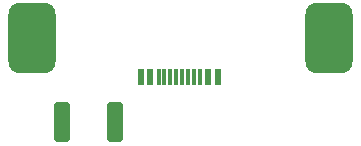
<source format=gbr>
%TF.GenerationSoftware,KiCad,Pcbnew,6.0.5-a6ca702e91~116~ubuntu22.04.1*%
%TF.CreationDate,2022-06-10T16:27:17-05:00*%
%TF.ProjectId,breadboard_psu_v1,62726561-6462-46f6-9172-645f7073755f,rev?*%
%TF.SameCoordinates,Original*%
%TF.FileFunction,Paste,Top*%
%TF.FilePolarity,Positive*%
%FSLAX46Y46*%
G04 Gerber Fmt 4.6, Leading zero omitted, Abs format (unit mm)*
G04 Created by KiCad (PCBNEW 6.0.5-a6ca702e91~116~ubuntu22.04.1) date 2022-06-10 16:27:17*
%MOMM*%
%LPD*%
G01*
G04 APERTURE LIST*
G04 Aperture macros list*
%AMRoundRect*
0 Rectangle with rounded corners*
0 $1 Rounding radius*
0 $2 $3 $4 $5 $6 $7 $8 $9 X,Y pos of 4 corners*
0 Add a 4 corners polygon primitive as box body*
4,1,4,$2,$3,$4,$5,$6,$7,$8,$9,$2,$3,0*
0 Add four circle primitives for the rounded corners*
1,1,$1+$1,$2,$3*
1,1,$1+$1,$4,$5*
1,1,$1+$1,$6,$7*
1,1,$1+$1,$8,$9*
0 Add four rect primitives between the rounded corners*
20,1,$1+$1,$2,$3,$4,$5,0*
20,1,$1+$1,$4,$5,$6,$7,0*
20,1,$1+$1,$6,$7,$8,$9,0*
20,1,$1+$1,$8,$9,$2,$3,0*%
G04 Aperture macros list end*
%ADD10RoundRect,1.000000X-1.000000X-2.000000X1.000000X-2.000000X1.000000X2.000000X-1.000000X2.000000X0*%
%ADD11RoundRect,0.250000X0.400000X1.450000X-0.400000X1.450000X-0.400000X-1.450000X0.400000X-1.450000X0*%
%ADD12R,0.600000X1.450000*%
%ADD13R,0.300000X1.450000*%
G04 APERTURE END LIST*
D10*
%TO.C,J6*%
X115316000Y-81280000D03*
%TD*%
D11*
%TO.C,F1*%
X122306000Y-88392000D03*
X117856000Y-88392000D03*
%TD*%
D10*
%TO.C,J7*%
X140462000Y-81280000D03*
%TD*%
D12*
%TO.C,J1*%
X131012000Y-84563000D03*
X130212000Y-84563000D03*
D13*
X129012000Y-84563000D03*
X128012000Y-84563000D03*
X127512000Y-84563000D03*
X126512000Y-84563000D03*
D12*
X125312000Y-84563000D03*
X124512000Y-84563000D03*
X124512000Y-84563000D03*
X125312000Y-84563000D03*
D13*
X126012000Y-84563000D03*
X127012000Y-84563000D03*
X128512000Y-84563000D03*
X129512000Y-84563000D03*
D12*
X130212000Y-84563000D03*
X131012000Y-84563000D03*
%TD*%
M02*

</source>
